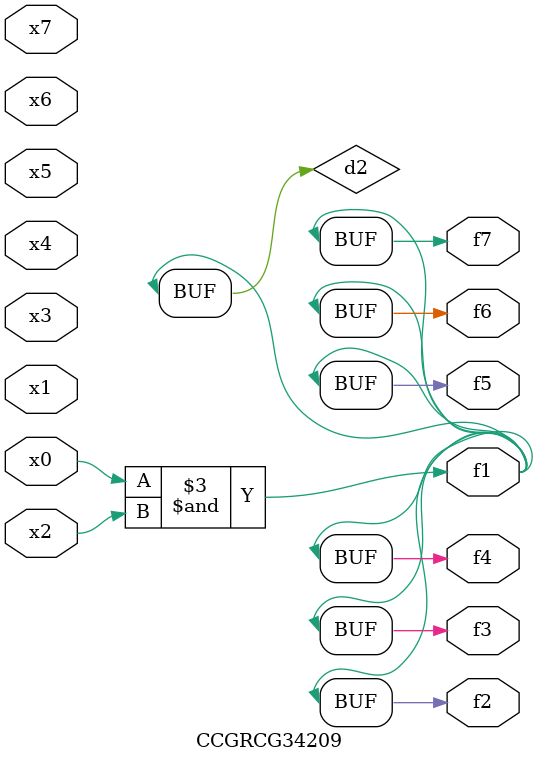
<source format=v>
module CCGRCG34209(
	input x0, x1, x2, x3, x4, x5, x6, x7,
	output f1, f2, f3, f4, f5, f6, f7
);

	wire d1, d2;

	nor (d1, x3, x6);
	and (d2, x0, x2);
	assign f1 = d2;
	assign f2 = d2;
	assign f3 = d2;
	assign f4 = d2;
	assign f5 = d2;
	assign f6 = d2;
	assign f7 = d2;
endmodule

</source>
